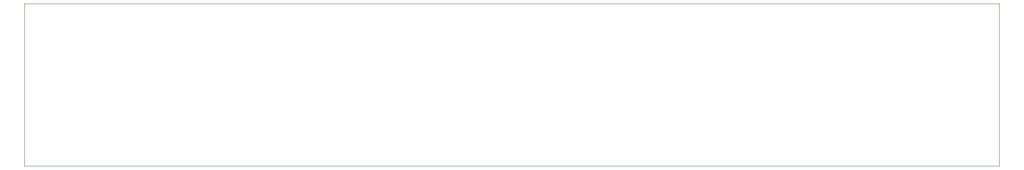
<source format=gbr>
G04 #@! TF.GenerationSoftware,KiCad,Pcbnew,(5.1.2)-2*
G04 #@! TF.CreationDate,2019-07-29T19:51:11+02:00*
G04 #@! TF.ProjectId,sensor_array_13_sensors,73656e73-6f72-45f6-9172-7261795f3133,1*
G04 #@! TF.SameCoordinates,Original*
G04 #@! TF.FileFunction,Profile,NP*
%FSLAX46Y46*%
G04 Gerber Fmt 4.6, Leading zero omitted, Abs format (unit mm)*
G04 Created by KiCad (PCBNEW (5.1.2)-2) date 2019-07-29 19:51:11*
%MOMM*%
%LPD*%
G04 APERTURE LIST*
%ADD10C,0.050000*%
G04 APERTURE END LIST*
D10*
X30000000Y-60000000D02*
X30000000Y-30000000D01*
X210000000Y-60000000D02*
X30000000Y-60000000D01*
X210000000Y-30000000D02*
X210000000Y-60000000D01*
X30000000Y-30000000D02*
X210000000Y-30000000D01*
M02*

</source>
